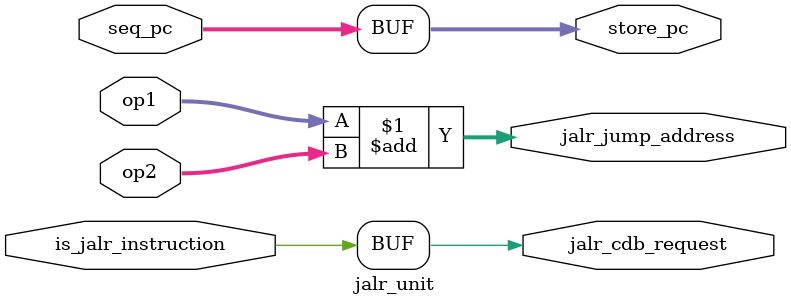
<source format=sv>
/*Execution units for JALR instructions*/

module jalr_unit #(parameter W = 31)
    (input logic is_jalr_instruction,
     input logic[W:0] op1,op2,seq_pc,
     /*JALR instruction stores next sequential
     PC in register rd. THis is what's broadcast
     on CDB*/
     output logic[W:0] store_pc,
     output logic jalr_cdb_request,
     /*Target address of jalr instruction*/
     output logic[W:0] jalr_jump_address
    );
    
    assign jalr_cdb_request = is_jalr_instruction;
    assign store_pc = seq_pc;
    assign jalr_jump_address = op1 + op2;
    
endmodule

</source>
